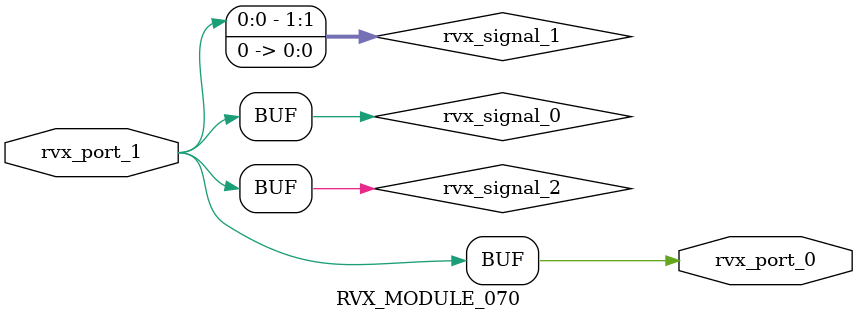
<source format=v>

`include "ervp_global.vh"




module RVX_MODULE_070
(
	rvx_port_1,
	rvx_port_0
);




parameter RVX_GPARA_0 = 1;
parameter RVX_GPARA_1 = 1;

input wire [RVX_GPARA_0-1:0] rvx_port_1;
output wire [RVX_GPARA_0-1:0] rvx_port_0;

genvar i;

wire [RVX_GPARA_0-1:0] rvx_signal_2;
wire [RVX_GPARA_0-1:0] rvx_signal_0;

wire [RVX_GPARA_0+1-1:0] rvx_signal_1;

generate
for(i=0; i<RVX_GPARA_0; i=i+1)
begin : i_reverse
  assign rvx_signal_2[i] = (RVX_GPARA_1==1)? rvx_port_1[i] : rvx_port_1[RVX_GPARA_0-1-i];
  assign rvx_port_0[i] = (RVX_GPARA_1==1)? rvx_signal_0[i] : rvx_signal_0[RVX_GPARA_0-1-i];
end
endgenerate

assign rvx_signal_1 = rvx_signal_2<<1;

generate
for(i=0; i<RVX_GPARA_0; i=i+1)
begin : i_nullify
  assign rvx_signal_0[i] = rvx_signal_1[i+1] & (rvx_signal_1[i:0]==0);
end
endgenerate

endmodule

</source>
